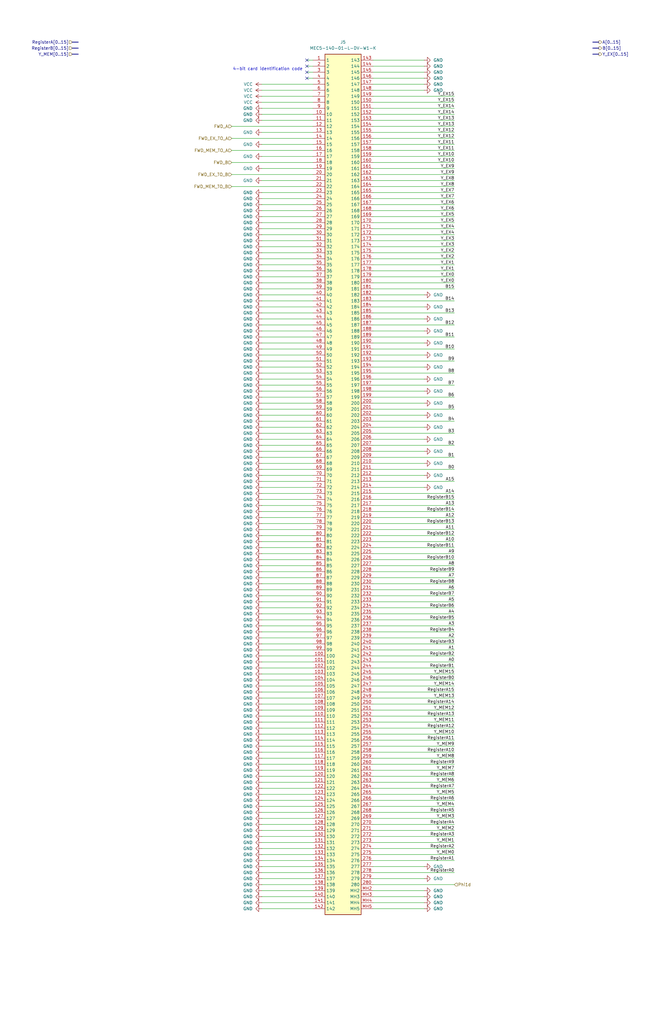
<source format=kicad_sch>
(kicad_sch (version 20250114) (generator "eeschema") (generator_version "9.0")
  (paper "USLedger" portrait)
  (title_block (date "2025-07-11") (rev "A"))
  (text "4-bit card identification code" (at 127.762 29.21 0) (effects (font (size 1.27 1.27)) (justify right)))
  (no_connect (at 129.54 30.48))
  (no_connect (at 129.54 25.4))
  (no_connect (at 129.54 27.94))
  (no_connect (at 129.54 33.02))
  (wire (pts (xy 191.77 68.58) (xy 157.48 68.58)))
  (wire (pts (xy 191.77 347.98) (xy 157.48 347.98)))
  (wire (pts (xy 110.49 358.14) (xy 132.08 358.14)))
  (wire (pts (xy 191.77 284.48) (xy 157.48 284.48)))
  (wire (pts (xy 110.49 43.18) (xy 132.08 43.18)))
  (wire (pts (xy 157.48 142.24) (xy 191.77 142.24)))
  (wire (pts (xy 110.49 254) (xy 132.08 254)))
  (wire (pts (xy 110.49 195.58) (xy 132.08 195.58)))
  (wire (pts (xy 191.77 99.06) (xy 157.48 99.06)))
  (wire (pts (xy 110.49 248.92) (xy 132.08 248.92)))
  (wire (pts (xy 110.49 182.88) (xy 132.08 182.88)))
  (wire (pts (xy 110.49 40.64) (xy 132.08 40.64)))
  (wire (pts (xy 179.07 139.7) (xy 157.48 139.7)))
  (wire (pts (xy 110.49 370.84) (xy 132.08 370.84)))
  (wire (pts (xy 191.77 292.1) (xy 157.48 292.1)))
  (wire (pts (xy 191.77 93.98) (xy 157.48 93.98)))
  (wire (pts (xy 110.49 381) (xy 132.08 381)))
  (wire (pts (xy 110.49 266.7) (xy 132.08 266.7)))
  (wire (pts (xy 157.48 233.68) (xy 191.77 233.68)))
  (wire (pts (xy 110.49 279.4) (xy 132.08 279.4)))
  (wire (pts (xy 191.77 330.2) (xy 157.48 330.2)))
  (wire (pts (xy 110.49 289.56) (xy 132.08 289.56)))
  (wire (pts (xy 110.49 317.5) (xy 132.08 317.5)))
  (wire (pts (xy 191.77 88.9) (xy 157.48 88.9)))
  (wire (pts (xy 110.49 175.26) (xy 132.08 175.26)))
  (wire (pts (xy 191.77 256.54) (xy 157.48 256.54)))
  (wire (pts (xy 191.77 86.36) (xy 157.48 86.36)))
  (wire (pts (xy 110.49 193.04) (xy 132.08 193.04)))
  (wire (pts (xy 179.07 124.46) (xy 157.48 124.46)))
  (wire (pts (xy 110.49 109.22) (xy 132.08 109.22)))
  (wire (pts (xy 110.49 284.48) (xy 132.08 284.48)))
  (wire (pts (xy 97.79 53.34) (xy 132.08 53.34)))
  (wire (pts (xy 179.07 27.94) (xy 157.48 27.94)))
  (wire (pts (xy 191.77 119.38) (xy 157.48 119.38)))
  (wire (pts (xy 157.48 208.28) (xy 191.77 208.28)))
  (wire (pts (xy 191.77 83.82) (xy 157.48 83.82)))
  (wire (pts (xy 110.49 281.94) (xy 132.08 281.94)))
  (wire (pts (xy 179.07 160.02) (xy 157.48 160.02)))
  (wire (pts (xy 110.49 261.62) (xy 132.08 261.62)))
  (bus (pts (xy 30.48 20.32) (xy 33.02 20.32)))
  (wire (pts (xy 110.49 375.92) (xy 132.08 375.92)))
  (wire (pts (xy 110.49 152.4) (xy 132.08 152.4)))
  (wire (pts (xy 191.77 45.72) (xy 157.48 45.72)))
  (wire (pts (xy 110.49 226.06) (xy 132.08 226.06)))
  (wire (pts (xy 110.49 383.54) (xy 132.08 383.54)))
  (wire (pts (xy 97.79 63.5) (xy 132.08 63.5)))
  (wire (pts (xy 191.77 226.06) (xy 157.48 226.06)))
  (wire (pts (xy 157.48 243.84) (xy 191.77 243.84)))
  (wire (pts (xy 110.49 251.46) (xy 132.08 251.46)))
  (wire (pts (xy 110.49 299.72) (xy 132.08 299.72)))
  (wire (pts (xy 110.49 276.86) (xy 132.08 276.86)))
  (wire (pts (xy 179.07 134.62) (xy 157.48 134.62)))
  (wire (pts (xy 110.49 228.6) (xy 132.08 228.6)))
  (wire (pts (xy 110.49 121.92) (xy 132.08 121.92)))
  (wire (pts (xy 110.49 147.32) (xy 132.08 147.32)))
  (wire (pts (xy 191.77 96.52) (xy 157.48 96.52)))
  (wire (pts (xy 110.49 91.44) (xy 132.08 91.44)))
  (wire (pts (xy 129.54 33.02) (xy 132.08 33.02)))
  (wire (pts (xy 191.77 236.22) (xy 157.48 236.22)))
  (wire (pts (xy 110.49 167.64) (xy 132.08 167.64)))
  (wire (pts (xy 191.77 58.42) (xy 157.48 58.42)))
  (wire (pts (xy 110.49 190.5) (xy 132.08 190.5)))
  (wire (pts (xy 191.77 60.96) (xy 157.48 60.96)))
  (wire (pts (xy 110.49 99.06) (xy 132.08 99.06)))
  (wire (pts (xy 110.49 302.26) (xy 132.08 302.26)))
  (wire (pts (xy 157.48 218.44) (xy 191.77 218.44)))
  (wire (pts (xy 191.77 63.5) (xy 157.48 63.5)))
  (wire (pts (xy 110.49 114.3) (xy 132.08 114.3)))
  (wire (pts (xy 110.49 187.96) (xy 132.08 187.96)))
  (wire (pts (xy 110.49 220.98) (xy 132.08 220.98)))
  (wire (pts (xy 179.07 195.58) (xy 157.48 195.58)))
  (wire (pts (xy 191.77 307.34) (xy 157.48 307.34)))
  (wire (pts (xy 110.49 243.84) (xy 132.08 243.84)))
  (wire (pts (xy 110.49 66.04) (xy 132.08 66.04)))
  (wire (pts (xy 179.07 370.84) (xy 157.48 370.84)))
  (wire (pts (xy 110.49 342.9) (xy 132.08 342.9)))
  (wire (pts (xy 110.49 165.1) (xy 132.08 165.1)))
  (wire (pts (xy 110.49 139.7) (xy 132.08 139.7)))
  (wire (pts (xy 179.07 165.1) (xy 157.48 165.1)))
  (wire (pts (xy 110.49 246.38) (xy 132.08 246.38)))
  (wire (pts (xy 191.77 309.88) (xy 157.48 309.88)))
  (wire (pts (xy 191.77 71.12) (xy 157.48 71.12)))
  (wire (pts (xy 191.77 342.9) (xy 157.48 342.9)))
  (wire (pts (xy 110.49 274.32) (xy 132.08 274.32)))
  (wire (pts (xy 129.54 25.4) (xy 132.08 25.4)))
  (wire (pts (xy 110.49 304.8) (xy 132.08 304.8)))
  (wire (pts (xy 179.07 144.78) (xy 157.48 144.78)))
  (wire (pts (xy 191.77 251.46) (xy 157.48 251.46)))
  (wire (pts (xy 110.49 325.12) (xy 132.08 325.12)))
  (wire (pts (xy 110.49 137.16) (xy 132.08 137.16)))
  (wire (pts (xy 110.49 373.38) (xy 132.08 373.38)))
  (wire (pts (xy 110.49 307.34) (xy 132.08 307.34)))
  (wire (pts (xy 157.48 121.92) (xy 191.77 121.92)))
  (wire (pts (xy 157.48 269.24) (xy 191.77 269.24)))
  (wire (pts (xy 110.49 111.76) (xy 132.08 111.76)))
  (wire (pts (xy 110.49 355.6) (xy 132.08 355.6)))
  (wire (pts (xy 191.77 50.8) (xy 157.48 50.8)))
  (wire (pts (xy 191.77 302.26) (xy 157.48 302.26)))
  (wire (pts (xy 179.07 149.86) (xy 157.48 149.86)))
  (wire (pts (xy 110.49 320.04) (xy 132.08 320.04)))
  (wire (pts (xy 191.77 261.62) (xy 157.48 261.62)))
  (wire (pts (xy 110.49 149.86) (xy 132.08 149.86)))
  (wire (pts (xy 191.77 314.96) (xy 157.48 314.96)))
  (wire (pts (xy 179.07 175.26) (xy 157.48 175.26)))
  (wire (pts (xy 110.49 353.06) (xy 132.08 353.06)))
  (wire (pts (xy 110.49 48.26) (xy 132.08 48.26)))
  (wire (pts (xy 110.49 330.2) (xy 132.08 330.2)))
  (wire (pts (xy 191.77 215.9) (xy 157.48 215.9)))
  (wire (pts (xy 110.49 345.44) (xy 132.08 345.44)))
  (wire (pts (xy 110.49 314.96) (xy 132.08 314.96)))
  (wire (pts (xy 191.77 327.66) (xy 157.48 327.66)))
  (wire (pts (xy 110.49 35.56) (xy 132.08 35.56)))
  (wire (pts (xy 191.77 322.58) (xy 157.48 322.58)))
  (wire (pts (xy 191.77 297.18) (xy 157.48 297.18)))
  (wire (pts (xy 191.77 276.86) (xy 157.48 276.86)))
  (wire (pts (xy 191.77 43.18) (xy 157.48 43.18)))
  (wire (pts (xy 179.07 200.66) (xy 157.48 200.66)))
  (wire (pts (xy 110.49 129.54) (xy 132.08 129.54)))
  (wire (pts (xy 110.49 378.46) (xy 132.08 378.46)))
  (wire (pts (xy 110.49 124.46) (xy 132.08 124.46)))
  (wire (pts (xy 157.48 193.04) (xy 191.77 193.04)))
  (wire (pts (xy 191.77 287.02) (xy 157.48 287.02)))
  (wire (pts (xy 179.07 170.18) (xy 157.48 170.18)))
  (wire (pts (xy 110.49 312.42) (xy 132.08 312.42)))
  (wire (pts (xy 110.49 340.36) (xy 132.08 340.36)))
  (wire (pts (xy 157.48 182.88) (xy 191.77 182.88)))
  (wire (pts (xy 157.48 203.2) (xy 191.77 203.2)))
  (wire (pts (xy 191.77 40.64) (xy 157.48 40.64)))
  (bus (pts (xy 30.48 22.86) (xy 33.02 22.86)))
  (wire (pts (xy 157.48 167.64) (xy 191.77 167.64)))
  (wire (pts (xy 191.77 294.64) (xy 157.48 294.64)))
  (wire (pts (xy 97.79 73.66) (xy 132.08 73.66)))
  (wire (pts (xy 157.48 152.4) (xy 191.77 152.4)))
  (wire (pts (xy 191.77 289.56) (xy 157.48 289.56)))
  (wire (pts (xy 110.49 218.44) (xy 132.08 218.44)))
  (wire (pts (xy 191.77 78.74) (xy 157.48 78.74)))
  (wire (pts (xy 191.77 360.68) (xy 157.48 360.68)))
  (wire (pts (xy 191.77 109.22) (xy 157.48 109.22)))
  (wire (pts (xy 179.07 38.1) (xy 157.48 38.1)))
  (wire (pts (xy 191.77 299.72) (xy 157.48 299.72)))
  (wire (pts (xy 157.48 213.36) (xy 191.77 213.36)))
  (wire (pts (xy 157.48 248.92) (xy 191.77 248.92)))
  (bus (pts (xy 30.48 17.78) (xy 33.02 17.78)))
  (wire (pts (xy 191.77 312.42) (xy 157.48 312.42)))
  (wire (pts (xy 191.77 337.82) (xy 157.48 337.82)))
  (wire (pts (xy 110.49 101.6) (xy 132.08 101.6)))
  (wire (pts (xy 110.49 134.62) (xy 132.08 134.62)))
  (wire (pts (xy 179.07 383.54) (xy 157.48 383.54)))
  (wire (pts (xy 110.49 106.68) (xy 132.08 106.68)))
  (wire (pts (xy 110.49 368.3) (xy 132.08 368.3)))
  (wire (pts (xy 157.48 368.3) (xy 191.77 368.3)))
  (wire (pts (xy 157.48 137.16) (xy 191.77 137.16)))
  (wire (pts (xy 110.49 297.18) (xy 132.08 297.18)))
  (wire (pts (xy 110.49 142.24) (xy 132.08 142.24)))
  (wire (pts (xy 191.77 317.5) (xy 157.48 317.5)))
  (wire (pts (xy 157.48 254) (xy 191.77 254)))
  (wire (pts (xy 191.77 101.6) (xy 157.48 101.6)))
  (wire (pts (xy 110.49 71.12) (xy 132.08 71.12)))
  (wire (pts (xy 110.49 233.68) (xy 132.08 233.68)))
  (wire (pts (xy 97.79 68.58) (xy 132.08 68.58)))
  (wire (pts (xy 110.49 162.56) (xy 132.08 162.56)))
  (wire (pts (xy 191.77 66.04) (xy 157.48 66.04)))
  (wire (pts (xy 191.77 345.44) (xy 157.48 345.44)))
  (wire (pts (xy 179.07 378.46) (xy 157.48 378.46)))
  (wire (pts (xy 110.49 269.24) (xy 132.08 269.24)))
  (wire (pts (xy 110.49 76.2) (xy 132.08 76.2)))
  (wire (pts (xy 110.49 350.52) (xy 132.08 350.52)))
  (wire (pts (xy 191.77 271.78) (xy 157.48 271.78)))
  (wire (pts (xy 157.48 198.12) (xy 191.77 198.12)))
  (wire (pts (xy 110.49 93.98) (xy 132.08 93.98)))
  (wire (pts (xy 129.54 30.48) (xy 132.08 30.48)))
  (wire (pts (xy 157.48 259.08) (xy 191.77 259.08)))
  (wire (pts (xy 110.49 238.76) (xy 132.08 238.76)))
  (wire (pts (xy 191.77 373.38) (xy 157.48 373.38)))
  (wire (pts (xy 191.77 55.88) (xy 157.48 55.88)))
  (wire (pts (xy 191.77 220.98) (xy 157.48 220.98)))
  (wire (pts (xy 110.49 83.82) (xy 132.08 83.82)))
  (wire (pts (xy 191.77 358.14) (xy 157.48 358.14)))
  (wire (pts (xy 110.49 157.48) (xy 132.08 157.48)))
  (wire (pts (xy 110.49 287.02) (xy 132.08 287.02)))
  (wire (pts (xy 110.49 45.72) (xy 132.08 45.72)))
  (wire (pts (xy 191.77 340.36) (xy 157.48 340.36)))
  (wire (pts (xy 157.48 228.6) (xy 191.77 228.6)))
  (wire (pts (xy 110.49 154.94) (xy 132.08 154.94)))
  (wire (pts (xy 110.49 309.88) (xy 132.08 309.88)))
  (wire (pts (xy 157.48 274.32) (xy 191.77 274.32)))
  (wire (pts (xy 157.48 132.08) (xy 191.77 132.08)))
  (wire (pts (xy 110.49 205.74) (xy 132.08 205.74)))
  (wire (pts (xy 157.48 157.48) (xy 191.77 157.48)))
  (wire (pts (xy 157.48 172.72) (xy 191.77 172.72)))
  (wire (pts (xy 110.49 337.82) (xy 132.08 337.82)))
  (wire (pts (xy 191.77 114.3) (xy 157.48 114.3)))
  (wire (pts (xy 110.49 127) (xy 132.08 127)))
  (wire (pts (xy 110.49 198.12) (xy 132.08 198.12)))
  (wire (pts (xy 191.77 266.7) (xy 157.48 266.7)))
  (wire (pts (xy 110.49 294.64) (xy 132.08 294.64)))
  (wire (pts (xy 191.77 304.8) (xy 157.48 304.8)))
  (bus (pts (xy 252.73 22.86) (xy 250.19 22.86)))
  (wire (pts (xy 110.49 86.36) (xy 132.08 86.36)))
  (wire (pts (xy 157.48 162.56) (xy 191.77 162.56)))
  (bus (pts (xy 252.73 20.32) (xy 250.19 20.32)))
  (wire (pts (xy 191.77 116.84) (xy 157.48 116.84)))
  (wire (pts (xy 179.07 375.92) (xy 157.48 375.92)))
  (wire (pts (xy 110.49 160.02) (xy 132.08 160.02)))
  (wire (pts (xy 191.77 320.04) (xy 157.48 320.04)))
  (wire (pts (xy 110.49 365.76) (xy 132.08 365.76)))
  (wire (pts (xy 191.77 53.34) (xy 157.48 53.34)))
  (wire (pts (xy 191.77 111.76) (xy 157.48 111.76)))
  (wire (pts (xy 110.49 322.58) (xy 132.08 322.58)))
  (wire (pts (xy 110.49 215.9) (xy 132.08 215.9)))
  (wire (pts (xy 179.07 185.42) (xy 157.48 185.42)))
  (wire (pts (xy 110.49 177.8) (xy 132.08 177.8)))
  (wire (pts (xy 179.07 154.94) (xy 157.48 154.94)))
  (wire (pts (xy 110.49 332.74) (xy 132.08 332.74)))
  (wire (pts (xy 110.49 236.22) (xy 132.08 236.22)))
  (wire (pts (xy 110.49 200.66) (xy 132.08 200.66)))
  (wire (pts (xy 179.07 365.76) (xy 157.48 365.76)))
  (wire (pts (xy 191.77 325.12) (xy 157.48 325.12)))
  (wire (pts (xy 110.49 241.3) (xy 132.08 241.3)))
  (wire (pts (xy 110.49 38.1) (xy 132.08 38.1)))
  (wire (pts (xy 97.79 78.74) (xy 132.08 78.74)))
  (wire (pts (xy 157.48 238.76) (xy 191.77 238.76)))
  (wire (pts (xy 110.49 259.08) (xy 132.08 259.08)))
  (wire (pts (xy 110.49 271.78) (xy 132.08 271.78)))
  (wire (pts (xy 110.49 210.82) (xy 132.08 210.82)))
  (wire (pts (xy 191.77 279.4) (xy 157.48 279.4)))
  (wire (pts (xy 110.49 208.28) (xy 132.08 208.28)))
  (wire (pts (xy 191.77 81.28) (xy 157.48 81.28)))
  (wire (pts (xy 179.07 205.74) (xy 157.48 205.74)))
  (wire (pts (xy 191.77 246.38) (xy 157.48 246.38)))
  (wire (pts (xy 157.48 223.52) (xy 191.77 223.52)))
  (wire (pts (xy 110.49 60.96) (xy 132.08 60.96)))
  (wire (pts (xy 110.49 55.88) (xy 132.08 55.88)))
  (wire (pts (xy 179.07 129.54) (xy 157.48 129.54)))
  (wire (pts (xy 157.48 264.16) (xy 191.77 264.16)))
  (wire (pts (xy 191.77 335.28) (xy 157.48 335.28)))
  (wire (pts (xy 157.48 363.22) (xy 191.77 363.22)))
  (wire (pts (xy 110.49 50.8) (xy 132.08 50.8)))
  (wire (pts (xy 191.77 104.14) (xy 157.48 104.14)))
  (wire (pts (xy 110.49 88.9) (xy 132.08 88.9)))
  (wire (pts (xy 110.49 213.36) (xy 132.08 213.36)))
  (wire (pts (xy 191.77 106.68) (xy 157.48 106.68)))
  (wire (pts (xy 157.48 147.32) (xy 191.77 147.32)))
  (wire (pts (xy 110.49 363.22) (xy 132.08 363.22)))
  (wire (pts (xy 191.77 48.26) (xy 157.48 48.26)))
  (wire (pts (xy 179.07 180.34) (xy 157.48 180.34)))
  (wire (pts (xy 191.77 241.3) (xy 157.48 241.3)))
  (wire (pts (xy 110.49 81.28) (xy 132.08 81.28)))
  (wire (pts (xy 191.77 231.14) (xy 157.48 231.14)))
  (wire (pts (xy 191.77 353.06) (xy 157.48 353.06)))
  (wire (pts (xy 110.49 327.66) (xy 132.08 327.66)))
  (wire (pts (xy 191.77 350.52) (xy 157.48 350.52)))
  (bus (pts (xy 252.73 17.78) (xy 250.19 17.78)))
  (wire (pts (xy 110.49 347.98) (xy 132.08 347.98)))
  (wire (pts (xy 110.49 292.1) (xy 132.08 292.1)))
  (wire (pts (xy 179.07 33.02) (xy 157.48 33.02)))
  (wire (pts (xy 110.49 119.38) (xy 132.08 119.38)))
  (wire (pts (xy 157.48 177.8) (xy 191.77 177.8)))
  (wire (pts (xy 191.77 76.2) (xy 157.48 76.2)))
  (wire (pts (xy 110.49 231.14) (xy 132.08 231.14)))
  (wire (pts (xy 110.49 116.84) (xy 132.08 116.84)))
  (wire (pts (xy 179.07 25.4) (xy 157.48 25.4)))
  (wire (pts (xy 110.49 180.34) (xy 132.08 180.34)))
  (wire (pts (xy 110.49 264.16) (xy 132.08 264.16)))
  (wire (pts (xy 110.49 104.14) (xy 132.08 104.14)))
  (wire (pts (xy 157.48 187.96) (xy 191.77 187.96)))
  (wire (pts (xy 110.49 96.52) (xy 132.08 96.52)))
  (wire (pts (xy 191.77 355.6) (xy 157.48 355.6)))
  (wire (pts (xy 97.79 58.42) (xy 132.08 58.42)))
  (wire (pts (xy 110.49 172.72) (xy 132.08 172.72)))
  (wire (pts (xy 110.49 203.2) (xy 132.08 203.2)))
  (wire (pts (xy 110.49 335.28) (xy 132.08 335.28)))
  (wire (pts (xy 157.48 127) (xy 191.77 127)))
  (wire (pts (xy 191.77 332.74) (xy 157.48 332.74)))
  (wire (pts (xy 179.07 35.56) (xy 157.48 35.56)))
  (wire (pts (xy 179.07 190.5) (xy 157.48 190.5)))
  (wire (pts (xy 191.77 281.94) (xy 157.48 281.94)))
  (wire (pts (xy 129.54 27.94) (xy 132.08 27.94)))
  (wire (pts (xy 110.49 185.42) (xy 132.08 185.42)))
  (wire (pts (xy 110.49 132.08) (xy 132.08 132.08)))
  (wire (pts (xy 191.77 73.66) (xy 157.48 73.66)))
  (wire (pts (xy 191.77 210.82) (xy 157.48 210.82)))
  (wire (pts (xy 110.49 170.18) (xy 132.08 170.18)))
  (wire (pts (xy 179.07 30.48) (xy 157.48 30.48)))
  (wire (pts (xy 110.49 360.68) (xy 132.08 360.68)))
  (wire (pts (xy 191.77 91.44) (xy 157.48 91.44)))
  (wire (pts (xy 179.07 381) (xy 157.48 381)))
  (wire (pts (xy 110.49 223.52) (xy 132.08 223.52)))
  (wire (pts (xy 110.49 144.78) (xy 132.08 144.78)))
  (wire (pts (xy 110.49 256.54) (xy 132.08 256.54)))
  (label "Y_EX11" (at 191.77 63.5 180))
  (label "A6" (at 191.77 248.92 180))
  (label "A0" (at 191.77 279.4 180))
  (label "A1" (at 191.77 274.32 180))
  (label "RegisterB3" (at 191.77 271.78 180))
  (label "RegisterB9" (at 191.77 241.3 180))
  (label "Y_MEM8" (at 191.77 320.04 180))
  (label "RegisterA2" (at 191.77 358.14 180))
  (label "Y_EX2" (at 191.77 109.22 180))
  (label "Y_EX3" (at 191.77 104.14 180))
  (label "B0" (at 191.77 198.12 180))
  (label "Y_EX4" (at 191.77 99.06 180))
  (label "RegisterB15" (at 191.77 210.82 180))
  (label "Y_EX3" (at 191.77 101.6 180))
  (label "Y_EX12" (at 191.77 58.42 180))
  (label "Y_EX15" (at 191.77 40.64 180))
  (label "RegisterA6" (at 191.77 337.82 180))
  (label "RegisterB4" (at 191.77 266.7 180))
  (label "RegisterB12" (at 191.77 226.06 180))
  (label "Y_EX6" (at 191.77 86.36 180))
  (label "RegisterA7" (at 191.77 332.74 180))
  (label "Y_EX1" (at 191.77 111.76 180))
  (label "Y_MEM7" (at 191.77 325.12 180))
  (label "B8" (at 191.77 157.48 180))
  (label "Y_MEM15" (at 191.77 284.48 180))
  (label "Y_MEM3" (at 191.77 345.44 180))
  (label "Y_MEM5" (at 191.77 335.28 180))
  (label "Y_EX8" (at 191.77 78.74 180))
  (label "RegisterB8" (at 191.77 246.38 180))
  (label "RegisterB11" (at 191.77 231.14 180))
  (label "RegisterA10" (at 191.77 317.5 180))
  (label "RegisterA3" (at 191.77 353.06 180))
  (label "Y_EX9" (at 191.77 73.66 180))
  (label "A7" (at 191.77 243.84 180))
  (label "RegisterA9" (at 191.77 322.58 180))
  (label "Y_EX14" (at 191.77 45.72 180))
  (label "B2" (at 191.77 187.96 180))
  (label "Y_MEM1" (at 191.77 355.6 180))
  (label "RegisterB6" (at 191.77 256.54 180))
  (label "B13" (at 191.77 132.08 180))
  (label "Y_EX2" (at 191.77 106.68 180))
  (label "B7" (at 191.77 162.56 180))
  (label "B5" (at 191.77 172.72 180))
  (label "Y_EX11" (at 191.77 60.96 180))
  (label "A14" (at 191.77 208.28 180))
  (label "B6" (at 191.77 167.64 180))
  (label "Y_MEM10" (at 191.77 309.88 180))
  (label "RegisterA1" (at 191.77 363.22 180))
  (label "Y_EX13" (at 191.77 53.34 180))
  (label "Y_MEM6" (at 191.77 330.2 180))
  (label "Y_EX1" (at 191.77 114.3 180))
  (label "A2" (at 191.77 269.24 180))
  (label "RegisterB0" (at 191.77 287.02 180))
  (label "B9" (at 191.77 152.4 180))
  (label "Y_EX10" (at 191.77 66.04 180))
  (label "Y_MEM12" (at 191.77 299.72 180))
  (label "Y_EX12" (at 191.77 55.88 180))
  (label "Y_EX14" (at 191.77 48.26 180))
  (label "RegisterB13" (at 191.77 220.98 180))
  (label "Y_EX0" (at 191.77 119.38 180))
  (label "RegisterA5" (at 191.77 342.9 180))
  (label "Y_EX13" (at 191.77 50.8 180))
  (label "A9" (at 191.77 233.68 180))
  (label "Y_EX5" (at 191.77 93.98 180))
  (label "RegisterA15" (at 191.77 292.1 180))
  (label "Y_MEM13" (at 191.77 294.64 180))
  (label "B4" (at 191.77 177.8 180))
  (label "RegisterB1" (at 191.77 281.94 180))
  (label "RegisterB5" (at 191.77 261.62 180))
  (label "B12" (at 191.77 137.16 180))
  (label "Y_MEM14" (at 191.77 289.56 180))
  (label "B3" (at 191.77 182.88 180))
  (label "B1" (at 191.77 193.04 180))
  (label "Y_EX7" (at 191.77 83.82 180))
  (label "Y_MEM0" (at 191.77 360.68 180))
  (label "RegisterA8" (at 191.77 327.66 180))
  (label "RegisterA11" (at 191.77 312.42 180))
  (label "B11" (at 191.77 142.24 180))
  (label "Y_EX15" (at 191.77 43.18 180))
  (label "Y_MEM2" (at 191.77 350.52 180))
  (label "RegisterA0" (at 191.77 368.3 180))
  (label "B10" (at 191.77 147.32 180))
  (label "RegisterA13" (at 191.77 302.26 180))
  (label "RegisterA14" (at 191.77 297.18 180))
  (label "RegisterB2" (at 191.77 276.86 180))
  (label "Y_EX6" (at 191.77 88.9 180))
  (label "Y_EX4" (at 191.77 96.52 180))
  (label "Y_EX7" (at 191.77 81.28 180))
  (label "Y_MEM4" (at 191.77 340.36 180))
  (label "A5" (at 191.77 254 180))
  (label "B15" (at 191.77 121.92 180))
  (label "A11" (at 191.77 223.52 180))
  (label "Y_EX5" (at 191.77 91.44 180))
  (label "RegisterA12" (at 191.77 307.34 180))
  (label "Y_EX10" (at 191.77 68.58 180))
  (label "RegisterB7" (at 191.77 251.46 180))
  (label "Y_MEM11" (at 191.77 304.8 180))
  (label "A8" (at 191.77 238.76 180))
  (label "A3" (at 191.77 264.16 180))
  (label "Y_EX8" (at 191.77 76.2 180))
  (label "A13" (at 191.77 213.36 180))
  (label "Y_EX0" (at 191.77 116.84 180))
  (label "B14" (at 191.77 127 180))
  (label "Y_EX9" (at 191.77 71.12 180))
  (label "Y_MEM9" (at 191.77 314.96 180))
  (label "A10" (at 191.77 228.6 180))
  (label "A12" (at 191.77 218.44 180))
  (label "A15" (at 191.77 203.2 180))
  (label "RegisterA4" (at 191.77 347.98 180))
  (label "RegisterB10" (at 191.77 236.22 180))
  (label "A4" (at 191.77 259.08 180))
  (label "RegisterB14" (at 191.77 215.9 180))
  (hierarchical_label "FWD_A" (shape input) (at 97.79 53.34 180))
  (hierarchical_label "RegisterB[0..15]" (shape input) (at 30.48 20.32 180))
  (hierarchical_label "FWD_MEM_TO_B" (shape input) (at 97.79 78.74 180))
  (hierarchical_label "FWD_MEM_TO_A" (shape input) (at 97.79 63.5 180))
  (hierarchical_label "A[0..15]" (shape output) (at 252.73 17.78 0))
  (hierarchical_label "Phi1d" (shape input) (at 191.77 373.38 0))
  (hierarchical_label "Y_EX[0..15]" (shape output) (at 252.73 22.86 0))
  (hierarchical_label "RegisterA[0..15]" (shape input) (at 30.48 17.78 180))
  (hierarchical_label "Y_MEM[0..15]" (shape input) (at 30.48 22.86 180))
  (hierarchical_label "FWD_B" (shape input) (at 97.79 68.58 180))
  (hierarchical_label "FWD_EX_TO_B" (shape input) (at 97.79 73.66 180))
  (hierarchical_label "FWD_EX_TO_A" (shape input) (at 97.79 58.42 180))
  (hierarchical_label "B[0..15]" (shape output) (at 252.73 20.32 0))
  (symbol (lib_id "power:GND") (at 110.49 180.34 270) (unit 1)
    (property "Reference" "#PWR01372" (effects (hide yes)))
    (property "Value" "GND" (at 106.68 180.3399 90) (effects (justify right)))
    (property "Description" "Power symbol creates a global label with name \"GND\" , ground" (effects (hide yes)))
  )
  (symbol (lib_id "power:GND") (at 110.49 121.92 270) (unit 1)
    (property "Reference" "#PWR01261" (effects (hide yes)))
    (property "Value" "GND" (at 106.68 121.9199 90) (effects (justify right)))
    (property "Description" "Power symbol creates a global label with name \"GND\" , ground" (effects (hide yes)))
  )
  (symbol (lib_id "power:GND") (at 110.49 119.38 270) (unit 1)
    (property "Reference" "#PWR01260" (effects (hide yes)))
    (property "Value" "GND" (at 106.68 119.3799 90) (effects (justify right)))
    (property "Description" "Power symbol creates a global label with name \"GND\" , ground" (effects (hide yes)))
  )
  (symbol (lib_id "power:GND") (at 110.49 160.02 270) (unit 1)
    (property "Reference" "#PWR01282" (effects (hide yes)))
    (property "Value" "GND" (at 106.68 160.0199 90) (effects (justify right)))
    (property "Description" "Power symbol creates a global label with name \"GND\" , ground" (effects (hide yes)))
  )
  (symbol (lib_id "power:GND") (at 110.49 215.9 270) (unit 1)
    (property "Reference" "#PWR01386" (effects (hide yes)))
    (property "Value" "GND" (at 106.68 215.8999 90) (effects (justify right)))
    (property "Description" "Power symbol creates a global label with name \"GND\" , ground" (effects (hide yes)))
  )
  (symbol (lib_id "power:GND") (at 110.49 350.52 270) (unit 1)
    (property "Reference" "#PWR01439" (effects (hide yes)))
    (property "Value" "GND" (at 106.68 350.5199 90) (effects (justify right)))
    (property "Description" "Power symbol creates a global label with name \"GND\" , ground" (effects (hide yes)))
  )
  (symbol (lib_id "power:GND") (at 110.49 210.82 270) (unit 1)
    (property "Reference" "#PWR01384" (effects (hide yes)))
    (property "Value" "GND" (at 106.68 210.8199 90) (effects (justify right)))
    (property "Description" "Power symbol creates a global label with name \"GND\" , ground" (effects (hide yes)))
  )
  (symbol (lib_id "power:GND") (at 110.49 124.46 270) (unit 1)
    (property "Reference" "#PWR01262" (effects (hide yes)))
    (property "Value" "GND" (at 106.68 124.4599 90) (effects (justify right)))
    (property "Description" "Power symbol creates a global label with name \"GND\" , ground" (effects (hide yes)))
  )
  (symbol (lib_id "power:GND") (at 110.49 271.78 270) (unit 1)
    (property "Reference" "#PWR01408" (effects (hide yes)))
    (property "Value" "GND" (at 106.68 271.7799 90) (effects (justify right)))
    (property "Description" "Power symbol creates a global label with name \"GND\" , ground" (effects (hide yes)))
  )
  (symbol (lib_id "power:GND") (at 110.49 149.86 270) (unit 1)
    (property "Reference" "#PWR01273" (effects (hide yes)))
    (property "Value" "GND" (at 106.68 149.8599 90) (effects (justify right)))
    (property "Description" "Power symbol creates a global label with name \"GND\" , ground" (effects (hide yes)))
  )
  (symbol (lib_id "power:GND") (at 110.49 218.44 270) (unit 1)
    (property "Reference" "#PWR01387" (effects (hide yes)))
    (property "Value" "GND" (at 106.68 218.4399 90) (effects (justify right)))
    (property "Description" "Power symbol creates a global label with name \"GND\" , ground" (effects (hide yes)))
  )
  (symbol (lib_id "power:GND") (at 110.49 45.72 270) (unit 1)
    (property "Reference" "#PWR01217" (effects (hide yes)))
    (property "Value" "GND" (at 106.68 45.7199 90) (effects (justify right)))
    (property "Description" "Power symbol creates a global label with name \"GND\" , ground" (effects (hide yes)))
  )
  (symbol (lib_id "power:GND") (at 110.49 266.7 270) (unit 1)
    (property "Reference" "#PWR01406" (effects (hide yes)))
    (property "Value" "GND" (at 106.68 266.6999 90) (effects (justify right)))
    (property "Description" "Power symbol creates a global label with name \"GND\" , ground" (effects (hide yes)))
  )
  (symbol (lib_id "power:GND") (at 110.49 347.98 270) (unit 1)
    (property "Reference" "#PWR01438" (effects (hide yes)))
    (property "Value" "GND" (at 106.68 347.9799 90) (effects (justify right)))
    (property "Description" "Power symbol creates a global label with name \"GND\" , ground" (effects (hide yes)))
  )
  (symbol (lib_id "power:GND") (at 110.49 335.28 270) (unit 1)
    (property "Reference" "#PWR01433" (effects (hide yes)))
    (property "Value" "GND" (at 106.68 335.2799 90) (effects (justify right)))
    (property "Description" "Power symbol creates a global label with name \"GND\" , ground" (effects (hide yes)))
  )
  (symbol (lib_id "power:GND") (at 110.49 101.6 270) (unit 1)
    (property "Reference" "#PWR01253" (effects (hide yes)))
    (property "Value" "GND" (at 106.68 101.5999 90) (effects (justify right)))
    (property "Description" "Power symbol creates a global label with name \"GND\" , ground" (effects (hide yes)))
  )
  (symbol (lib_id "power:GND") (at 110.49 373.38 270) (unit 1)
    (property "Reference" "#PWR01448" (effects (hide yes)))
    (property "Value" "GND" (at 106.68 373.3799 90) (effects (justify right)))
    (property "Description" "Power symbol creates a global label with name \"GND\" , ground" (effects (hide yes)))
  )
  (symbol (lib_id "power:GND") (at 179.07 134.62 90) (mirror x) (unit 1)
    (property "Reference" "#PWR01132" (effects (hide yes)))
    (property "Value" "GND" (at 182.88 134.6199 90) (effects (justify right)))
    (property "Description" "Power symbol creates a global label with name \"GND\" , ground" (effects (hide yes)))
  )
  (symbol (lib_id "power:GND") (at 110.49 337.82 270) (unit 1)
    (property "Reference" "#PWR01434" (effects (hide yes)))
    (property "Value" "GND" (at 106.68 337.8199 90) (effects (justify right)))
    (property "Description" "Power symbol creates a global label with name \"GND\" , ground" (effects (hide yes)))
  )
  (symbol (lib_id "power:GND") (at 110.49 99.06 270) (unit 1)
    (property "Reference" "#PWR01252" (effects (hide yes)))
    (property "Value" "GND" (at 106.68 99.0599 90) (effects (justify right)))
    (property "Description" "Power symbol creates a global label with name \"GND\" , ground" (effects (hide yes)))
  )
  (symbol (lib_id "power:GND") (at 110.49 302.26 270) (unit 1)
    (property "Reference" "#PWR01420" (effects (hide yes)))
    (property "Value" "GND" (at 106.68 302.2599 90) (effects (justify right)))
    (property "Description" "Power symbol creates a global label with name \"GND\" , ground" (effects (hide yes)))
  )
  (symbol (lib_id "power:GND") (at 110.49 71.12 270) (unit 1)
    (property "Reference" "#PWR01227" (effects (hide yes)))
    (property "Value" "GND" (at 106.68 71.1199 90) (effects (justify right)))
    (property "Description" "Power symbol creates a global label with name \"GND\" , ground" (effects (hide yes)))
  )
  (symbol (lib_id "power:GND") (at 110.49 50.8 270) (unit 1)
    (property "Reference" "#PWR01219" (effects (hide yes)))
    (property "Value" "GND" (at 106.68 50.7999 90) (effects (justify right)))
    (property "Description" "Power symbol creates a global label with name \"GND\" , ground" (effects (hide yes)))
  )
  (symbol (lib_id "power:GND") (at 110.49 378.46 270) (unit 1)
    (property "Reference" "#PWR01450" (effects (hide yes)))
    (property "Value" "GND" (at 106.68 378.4599 90) (effects (justify right)))
    (property "Description" "Power symbol creates a global label with name \"GND\" , ground" (effects (hide yes)))
  )
  (symbol (lib_id "power:GND") (at 110.49 96.52 270) (unit 1)
    (property "Reference" "#PWR01232" (effects (hide yes)))
    (property "Value" "GND" (at 106.68 96.5199 90) (effects (justify right)))
    (property "Description" "Power symbol creates a global label with name \"GND\" , ground" (effects (hide yes)))
  )
  (symbol (lib_id "power:GND") (at 179.07 370.84 90) (mirror x) (unit 1)
    (property "Reference" "#PWR01190" (effects (hide yes)))
    (property "Value" "GND" (at 182.88 370.8399 90) (effects (justify right)))
    (property "Description" "Power symbol creates a global label with name \"GND\" , ground" (effects (hide yes)))
  )
  (symbol (lib_id "power:GND") (at 179.07 38.1 90) (mirror x) (unit 1)
    (property "Reference" "#PWR01210" (effects (hide yes)))
    (property "Value" "GND" (at 182.88 38.0999 90) (effects (justify right)))
    (property "Description" "Power symbol creates a global label with name \"GND\" , ground" (effects (hide yes)))
  )
  (symbol (lib_id "power:GND") (at 179.07 154.94 90) (mirror x) (unit 1)
    (property "Reference" "#PWR01112" (effects (hide yes)))
    (property "Value" "GND" (at 182.88 154.9399 90) (effects (justify right)))
    (property "Description" "Power symbol creates a global label with name \"GND\" , ground" (effects (hide yes)))
  )
  (symbol (lib_id "power:GND") (at 110.49 259.08 270) (unit 1)
    (property "Reference" "#PWR01403" (effects (hide yes)))
    (property "Value" "GND" (at 106.68 259.0799 90) (effects (justify right)))
    (property "Description" "Power symbol creates a global label with name \"GND\" , ground" (effects (hide yes)))
  )
  (symbol (lib_id "power:GND") (at 110.49 223.52 270) (unit 1)
    (property "Reference" "#PWR01389" (effects (hide yes)))
    (property "Value" "GND" (at 106.68 223.5199 90) (effects (justify right)))
    (property "Description" "Power symbol creates a global label with name \"GND\" , ground" (effects (hide yes)))
  )
  (symbol (lib_id "power:GND") (at 110.49 205.74 270) (unit 1)
    (property "Reference" "#PWR01382" (effects (hide yes)))
    (property "Value" "GND" (at 106.68 205.7399 90) (effects (justify right)))
    (property "Description" "Power symbol creates a global label with name \"GND\" , ground" (effects (hide yes)))
  )
  (symbol (lib_id "power:GND") (at 110.49 81.28 270) (unit 1)
    (property "Reference" "#PWR01220" (effects (hide yes)))
    (property "Value" "GND" (at 106.68 81.2799 90) (effects (justify right)))
    (property "Description" "Power symbol creates a global label with name \"GND\" , ground" (effects (hide yes)))
  )
  (symbol (lib_id "power:GND") (at 179.07 139.7 90) (mirror x) (unit 1)
    (property "Reference" "#PWR01131" (effects (hide yes)))
    (property "Value" "GND" (at 182.88 139.6999 90) (effects (justify right)))
    (property "Description" "Power symbol creates a global label with name \"GND\" , ground" (effects (hide yes)))
  )
  (symbol (lib_id "power:GND") (at 110.49 276.86 270) (unit 1)
    (property "Reference" "#PWR01410" (effects (hide yes)))
    (property "Value" "GND" (at 106.68 276.8599 90) (effects (justify right)))
    (property "Description" "Power symbol creates a global label with name \"GND\" , ground" (effects (hide yes)))
  )
  (symbol (lib_id "power:GND") (at 110.49 172.72 270) (unit 1)
    (property "Reference" "#PWR01369" (effects (hide yes)))
    (property "Value" "GND" (at 106.68 172.7199 90) (effects (justify right)))
    (property "Description" "Power symbol creates a global label with name \"GND\" , ground" (effects (hide yes)))
  )
  (symbol (lib_id "power:GND") (at 179.07 144.78 90) (mirror x) (unit 1)
    (property "Reference" "#PWR01130" (effects (hide yes)))
    (property "Value" "GND" (at 182.88 144.7799 90) (effects (justify right)))
    (property "Description" "Power symbol creates a global label with name \"GND\" , ground" (effects (hide yes)))
  )
  (symbol (lib_id "power:GND") (at 110.49 236.22 270) (unit 1)
    (property "Reference" "#PWR01394" (effects (hide yes)))
    (property "Value" "GND" (at 106.68 236.2199 90) (effects (justify right)))
    (property "Description" "Power symbol creates a global label with name \"GND\" , ground" (effects (hide yes)))
  )
  (symbol (lib_id "power:GND") (at 110.49 170.18 270) (unit 1)
    (property "Reference" "#PWR01286" (effects (hide yes)))
    (property "Value" "GND" (at 106.68 170.1799 90) (effects (justify right)))
    (property "Description" "Power symbol creates a global label with name \"GND\" , ground" (effects (hide yes)))
  )
  (symbol (lib_id "power:GND") (at 179.07 165.1 90) (mirror x) (unit 1)
    (property "Reference" "#PWR01118" (effects (hide yes)))
    (property "Value" "GND" (at 182.88 165.0999 90) (effects (justify right)))
    (property "Description" "Power symbol creates a global label with name \"GND\" , ground" (effects (hide yes)))
  )
  (symbol (lib_id "power:GND") (at 110.49 340.36 270) (unit 1)
    (property "Reference" "#PWR01435" (effects (hide yes)))
    (property "Value" "GND" (at 106.68 340.3599 90) (effects (justify right)))
    (property "Description" "Power symbol creates a global label with name \"GND\" , ground" (effects (hide yes)))
  )
  (symbol (lib_id "power:GND") (at 110.49 325.12 270) (unit 1)
    (property "Reference" "#PWR01429" (effects (hide yes)))
    (property "Value" "GND" (at 106.68 325.1199 90) (effects (justify right)))
    (property "Description" "Power symbol creates a global label with name \"GND\" , ground" (effects (hide yes)))
  )
  (symbol (lib_id "power:GND") (at 110.49 220.98 270) (unit 1)
    (property "Reference" "#PWR01388" (effects (hide yes)))
    (property "Value" "GND" (at 106.68 220.9799 90) (effects (justify right)))
    (property "Description" "Power symbol creates a global label with name \"GND\" , ground" (effects (hide yes)))
  )
  (symbol (lib_id "power:GND") (at 179.07 33.02 90) (mirror x) (unit 1)
    (property "Reference" "#PWR01208" (effects (hide yes)))
    (property "Value" "GND" (at 182.88 33.0199 90) (effects (justify right)))
    (property "Description" "Power symbol creates a global label with name \"GND\" , ground" (effects (hide yes)))
  )
  (symbol (lib_id "power:GND") (at 110.49 147.32 270) (unit 1)
    (property "Reference" "#PWR01272" (effects (hide yes)))
    (property "Value" "GND" (at 106.68 147.3199 90) (effects (justify right)))
    (property "Description" "Power symbol creates a global label with name \"GND\" , ground" (effects (hide yes)))
  )
  (symbol (lib_id "power:GND") (at 179.07 129.54 90) (mirror x) (unit 1)
    (property "Reference" "#PWR01133" (effects (hide yes)))
    (property "Value" "GND" (at 182.88 129.5399 90) (effects (justify right)))
    (property "Description" "Power symbol creates a global label with name \"GND\" , ground" (effects (hide yes)))
  )
  (symbol (lib_id "power:GND") (at 110.49 109.22 270) (unit 1)
    (property "Reference" "#PWR01256" (effects (hide yes)))
    (property "Value" "GND" (at 106.68 109.2199 90) (effects (justify right)))
    (property "Description" "Power symbol creates a global label with name \"GND\" , ground" (effects (hide yes)))
  )
  (symbol (lib_id "power:GND") (at 110.49 76.2 270) (unit 1)
    (property "Reference" "#PWR01226" (effects (hide yes)))
    (property "Value" "GND" (at 106.68 76.1999 90) (effects (justify right)))
    (property "Description" "Power symbol creates a global label with name \"GND\" , ground" (effects (hide yes)))
  )
  (symbol (lib_id "power:GND") (at 179.07 185.42 90) (mirror x) (unit 1)
    (property "Reference" "#PWR01122" (effects (hide yes)))
    (property "Value" "GND" (at 182.88 185.4199 90) (effects (justify right)))
    (property "Description" "Power symbol creates a global label with name \"GND\" , ground" (effects (hide yes)))
  )
  (symbol (lib_id "power:GND") (at 110.49 342.9 270) (unit 1)
    (property "Reference" "#PWR01436" (effects (hide yes)))
    (property "Value" "GND" (at 106.68 342.8999 90) (effects (justify right)))
    (property "Description" "Power symbol creates a global label with name \"GND\" , ground" (effects (hide yes)))
  )
  (symbol (lib_id "power:GND") (at 179.07 160.02 90) (mirror x) (unit 1)
    (property "Reference" "#PWR01117" (effects (hide yes)))
    (property "Value" "GND" (at 182.88 160.0199 90) (effects (justify right)))
    (property "Description" "Power symbol creates a global label with name \"GND\" , ground" (effects (hide yes)))
  )
  (symbol (lib_id "power:GND") (at 110.49 264.16 270) (unit 1)
    (property "Reference" "#PWR01405" (effects (hide yes)))
    (property "Value" "GND" (at 106.68 264.1599 90) (effects (justify right)))
    (property "Description" "Power symbol creates a global label with name \"GND\" , ground" (effects (hide yes)))
  )
  (symbol (lib_id "power:GND") (at 110.49 261.62 270) (unit 1)
    (property "Reference" "#PWR01404" (effects (hide yes)))
    (property "Value" "GND" (at 106.68 261.6199 90) (effects (justify right)))
    (property "Description" "Power symbol creates a global label with name \"GND\" , ground" (effects (hide yes)))
  )
  (symbol (lib_id "power:GND") (at 179.07 149.86 90) (mirror x) (unit 1)
    (property "Reference" "#PWR01111" (effects (hide yes)))
    (property "Value" "GND" (at 182.88 149.8599 90) (effects (justify right)))
    (property "Description" "Power symbol creates a global label with name \"GND\" , ground" (effects (hide yes)))
  )
  (symbol (lib_id "power:GND") (at 110.49 208.28 270) (unit 1)
    (property "Reference" "#PWR01383" (effects (hide yes)))
    (property "Value" "GND" (at 106.68 208.2799 90) (effects (justify right)))
    (property "Description" "Power symbol creates a global label with name \"GND\" , ground" (effects (hide yes)))
  )
  (symbol (lib_id "power:GND") (at 110.49 299.72 270) (unit 1)
    (property "Reference" "#PWR01419" (effects (hide yes)))
    (property "Value" "GND" (at 106.68 299.7199 90) (effects (justify right)))
    (property "Description" "Power symbol creates a global label with name \"GND\" , ground" (effects (hide yes)))
  )
  (symbol (lib_id "power:GND") (at 179.07 170.18 90) (mirror x) (unit 1)
    (property "Reference" "#PWR01119" (effects (hide yes)))
    (property "Value" "GND" (at 182.88 170.1799 90) (effects (justify right)))
    (property "Description" "Power symbol creates a global label with name \"GND\" , ground" (effects (hide yes)))
  )
  (symbol (lib_id "power:GND") (at 110.49 165.1 270) (unit 1)
    (property "Reference" "#PWR01284" (effects (hide yes)))
    (property "Value" "GND" (at 106.68 165.0999 90) (effects (justify right)))
    (property "Description" "Power symbol creates a global label with name \"GND\" , ground" (effects (hide yes)))
  )
  (symbol (lib_id "power:GND") (at 110.49 132.08 270) (unit 1)
    (property "Reference" "#PWR01265" (effects (hide yes)))
    (property "Value" "GND" (at 106.68 132.0799 90) (effects (justify right)))
    (property "Description" "Power symbol creates a global label with name \"GND\" , ground" (effects (hide yes)))
  )
  (symbol (lib_id "power:GND") (at 110.49 198.12 270) (unit 1)
    (property "Reference" "#PWR01379" (effects (hide yes)))
    (property "Value" "GND" (at 106.68 198.1199 90) (effects (justify right)))
    (property "Description" "Power symbol creates a global label with name \"GND\" , ground" (effects (hide yes)))
  )
  (symbol (lib_id "power:GND") (at 110.49 91.44 270) (unit 1)
    (property "Reference" "#PWR01224" (effects (hide yes)))
    (property "Value" "GND" (at 106.68 91.4399 90) (effects (justify right)))
    (property "Description" "Power symbol creates a global label with name \"GND\" , ground" (effects (hide yes)))
  )
  (symbol (lib_id "power:GND") (at 110.49 292.1 270) (unit 1)
    (property "Reference" "#PWR01416" (effects (hide yes)))
    (property "Value" "GND" (at 106.68 292.0999 90) (effects (justify right)))
    (property "Description" "Power symbol creates a global label with name \"GND\" , ground" (effects (hide yes)))
  )
  (symbol (lib_id "power:GND") (at 179.07 378.46 90) (mirror x) (unit 1)
    (property "Reference" "#PWR0674" (effects (hide yes)))
    (property "Value" "GND" (at 182.88 378.4599 90) (effects (justify right)))
    (property "Description" "Power symbol creates a global label with name \"GND\" , ground" (effects (hide yes)))
  )
  (symbol (lib_id "power:GND") (at 110.49 317.5 270) (unit 1)
    (property "Reference" "#PWR01426" (effects (hide yes)))
    (property "Value" "GND" (at 106.68 317.4999 90) (effects (justify right)))
    (property "Description" "Power symbol creates a global label with name \"GND\" , ground" (effects (hide yes)))
  )
  (symbol (lib_id "power:GND") (at 110.49 175.26 270) (unit 1)
    (property "Reference" "#PWR01370" (effects (hide yes)))
    (property "Value" "GND" (at 106.68 175.2599 90) (effects (justify right)))
    (property "Description" "Power symbol creates a global label with name \"GND\" , ground" (effects (hide yes)))
  )
  (symbol (lib_id "power:GND") (at 179.07 381 90) (mirror x) (unit 1)
    (property "Reference" "#PWR0675" (effects (hide yes)))
    (property "Value" "GND" (at 182.88 380.9999 90) (effects (justify right)))
    (property "Description" "Power symbol creates a global label with name \"GND\" , ground" (effects (hide yes)))
  )
  (symbol (lib_id "power:GND") (at 110.49 281.94 270) (unit 1)
    (property "Reference" "#PWR01412" (effects (hide yes)))
    (property "Value" "GND" (at 106.68 281.9399 90) (effects (justify right)))
    (property "Description" "Power symbol creates a global label with name \"GND\" , ground" (effects (hide yes)))
  )
  (symbol (lib_id "power:GND") (at 179.07 124.46 90) (mirror x) (unit 1)
    (property "Reference" "#PWR01134" (effects (hide yes)))
    (property "Value" "GND" (at 182.88 124.4599 90) (effects (justify right)))
    (property "Description" "Power symbol creates a global label with name \"GND\" , ground" (effects (hide yes)))
  )
  (symbol (lib_id "power:GND") (at 110.49 106.68 270) (unit 1)
    (property "Reference" "#PWR01255" (effects (hide yes)))
    (property "Value" "GND" (at 106.68 106.6799 90) (effects (justify right)))
    (property "Description" "Power symbol creates a global label with name \"GND\" , ground" (effects (hide yes)))
  )
  (symbol (lib_id "power:GND") (at 110.49 193.04 270) (unit 1)
    (property "Reference" "#PWR01377" (effects (hide yes)))
    (property "Value" "GND" (at 106.68 193.0399 90) (effects (justify right)))
    (property "Description" "Power symbol creates a global label with name \"GND\" , ground" (effects (hide yes)))
  )
  (symbol (lib_id "power:GND") (at 110.49 162.56 270) (unit 1)
    (property "Reference" "#PWR01283" (effects (hide yes)))
    (property "Value" "GND" (at 106.68 162.5599 90) (effects (justify right)))
    (property "Description" "Power symbol creates a global label with name \"GND\" , ground" (effects (hide yes)))
  )
  (symbol (lib_id "power:GND") (at 110.49 279.4 270) (unit 1)
    (property "Reference" "#PWR01411" (effects (hide yes)))
    (property "Value" "GND" (at 106.68 279.3999 90) (effects (justify right)))
    (property "Description" "Power symbol creates a global label with name \"GND\" , ground" (effects (hide yes)))
  )
  (symbol (lib_id "power:GND") (at 110.49 304.8 270) (unit 1)
    (property "Reference" "#PWR01421" (effects (hide yes)))
    (property "Value" "GND" (at 106.68 304.7999 90) (effects (justify right)))
    (property "Description" "Power symbol creates a global label with name \"GND\" , ground" (effects (hide yes)))
  )
  (symbol (lib_id "power:GND") (at 110.49 104.14 270) (unit 1)
    (property "Reference" "#PWR01254" (effects (hide yes)))
    (property "Value" "GND" (at 106.68 104.1399 90) (effects (justify right)))
    (property "Description" "Power symbol creates a global label with name \"GND\" , ground" (effects (hide yes)))
  )
  (symbol (lib_id "power:GND") (at 110.49 330.2 270) (unit 1)
    (property "Reference" "#PWR01431" (effects (hide yes)))
    (property "Value" "GND" (at 106.68 330.1999 90) (effects (justify right)))
    (property "Description" "Power symbol creates a global label with name \"GND\" , ground" (effects (hide yes)))
  )
  (symbol (lib_id "power:GND") (at 110.49 137.16 270) (unit 1)
    (property "Reference" "#PWR01267" (effects (hide yes)))
    (property "Value" "GND" (at 106.68 137.1599 90) (effects (justify right)))
    (property "Description" "Power symbol creates a global label with name \"GND\" , ground" (effects (hide yes)))
  )
  (symbol (lib_id "power:GND") (at 110.49 320.04 270) (unit 1)
    (property "Reference" "#PWR01427" (effects (hide yes)))
    (property "Value" "GND" (at 106.68 320.0399 90) (effects (justify right)))
    (property "Description" "Power symbol creates a global label with name \"GND\" , ground" (effects (hide yes)))
  )
  (symbol (lib_id "power:GND") (at 110.49 314.96 270) (unit 1)
    (property "Reference" "#PWR01425" (effects (hide yes)))
    (property "Value" "GND" (at 106.68 314.9599 90) (effects (justify right)))
    (property "Description" "Power symbol creates a global label with name \"GND\" , ground" (effects (hide yes)))
  )
  (symbol (lib_id "power:GND") (at 110.49 66.04 270) (unit 1)
    (property "Reference" "#PWR01228" (effects (hide yes)))
    (property "Value" "GND" (at 106.68 66.0399 90) (effects (justify right)))
    (property "Description" "Power symbol creates a global label with name \"GND\" , ground" (effects (hide yes)))
  )
  (symbol (lib_id "power:GND") (at 179.07 175.26 90) (mirror x) (unit 1)
    (property "Reference" "#PWR01120" (effects (hide yes)))
    (property "Value" "GND" (at 182.88 175.2599 90) (effects (justify right)))
    (property "Description" "Power symbol creates a global label with name \"GND\" , ground" (effects (hide yes)))
  )
  (symbol (lib_id "power:GND") (at 110.49 368.3 270) (unit 1)
    (property "Reference" "#PWR01446" (effects (hide yes)))
    (property "Value" "GND" (at 106.68 368.2999 90) (effects (justify right)))
    (property "Description" "Power symbol creates a global label with name \"GND\" , ground" (effects (hide yes)))
  )
  (symbol (lib_id "power:GND") (at 110.49 360.68 270) (unit 1)
    (property "Reference" "#PWR01443" (effects (hide yes)))
    (property "Value" "GND" (at 106.68 360.6799 90) (effects (justify right)))
    (property "Description" "Power symbol creates a global label with name \"GND\" , ground" (effects (hide yes)))
  )
  (symbol (lib_id "power:GND") (at 110.49 114.3 270) (unit 1)
    (property "Reference" "#PWR01258" (effects (hide yes)))
    (property "Value" "GND" (at 106.68 114.2999 90) (effects (justify right)))
    (property "Description" "Power symbol creates a global label with name \"GND\" , ground" (effects (hide yes)))
  )
  (symbol (lib_id "power:GND") (at 110.49 284.48 270) (unit 1)
    (property "Reference" "#PWR01413" (effects (hide yes)))
    (property "Value" "GND" (at 106.68 284.4799 90) (effects (justify right)))
    (property "Description" "Power symbol creates a global label with name \"GND\" , ground" (effects (hide yes)))
  )
  (symbol (lib_id "power:GND") (at 179.07 375.92 90) (mirror x) (unit 1)
    (property "Reference" "#PWR0673" (effects (hide yes)))
    (property "Value" "GND" (at 182.88 375.9199 90) (effects (justify right)))
    (property "Description" "Power symbol creates a global label with name \"GND\" , ground" (effects (hide yes)))
  )
  (symbol (lib_id "power:GND") (at 110.49 154.94 270) (unit 1)
    (property "Reference" "#PWR01276" (effects (hide yes)))
    (property "Value" "GND" (at 106.68 154.9399 90) (effects (justify right)))
    (property "Description" "Power symbol creates a global label with name \"GND\" , ground" (effects (hide yes)))
  )
  (symbol (lib_id "power:VCC") (at 110.49 38.1 90) (unit 1)
    (property "Reference" "#PWR0349" (effects (hide yes)))
    (property "Value" "VCC" (at 106.68 38.0999 90) (effects (justify left)))
    (property "Description" "Power symbol creates a global label with name \"VCC\"" (effects (hide yes)))
  )
  (symbol (lib_id "power:GND") (at 110.49 370.84 270) (unit 1)
    (property "Reference" "#PWR01447" (effects (hide yes)))
    (property "Value" "GND" (at 106.68 370.8399 90) (effects (justify right)))
    (property "Description" "Power symbol creates a global label with name \"GND\" , ground" (effects (hide yes)))
  )
  (symbol (lib_id "power:GND") (at 179.07 383.54 90) (mirror x) (unit 1)
    (property "Reference" "#PWR0676" (effects (hide yes)))
    (property "Value" "GND" (at 182.88 383.5399 90) (effects (justify right)))
    (property "Description" "Power symbol creates a global label with name \"GND\" , ground" (effects (hide yes)))
  )
  (symbol (lib_id "power:GND") (at 179.07 200.66 90) (mirror x) (unit 1)
    (property "Reference" "#PWR01125" (effects (hide yes)))
    (property "Value" "GND" (at 182.88 200.6599 90) (effects (justify right)))
    (property "Description" "Power symbol creates a global label with name \"GND\" , ground" (effects (hide yes)))
  )
  (symbol (lib_id "power:GND") (at 110.49 60.96 270) (unit 1)
    (property "Reference" "#PWR01229" (effects (hide yes)))
    (property "Value" "GND" (at 106.68 60.9599 90) (effects (justify right)))
    (property "Description" "Power symbol creates a global label with name \"GND\" , ground" (effects (hide yes)))
  )
  (symbol (lib_id "power:GND") (at 110.49 187.96 270) (unit 1)
    (property "Reference" "#PWR01375" (effects (hide yes)))
    (property "Value" "GND" (at 106.68 187.9599 90) (effects (justify right)))
    (property "Description" "Power symbol creates a global label with name \"GND\" , ground" (effects (hide yes)))
  )
  (symbol (lib_id "power:GND") (at 110.49 157.48 270) (unit 1)
    (property "Reference" "#PWR01281" (effects (hide yes)))
    (property "Value" "GND" (at 106.68 157.4799 90) (effects (justify right)))
    (property "Description" "Power symbol creates a global label with name \"GND\" , ground" (effects (hide yes)))
  )
  (symbol (lib_id "power:GND") (at 110.49 254 270) (unit 1)
    (property "Reference" "#PWR01401" (effects (hide yes)))
    (property "Value" "GND" (at 106.68 253.9999 90) (effects (justify right)))
    (property "Description" "Power symbol creates a global label with name \"GND\" , ground" (effects (hide yes)))
  )
  (symbol (lib_id "power:GND") (at 110.49 152.4 270) (unit 1)
    (property "Reference" "#PWR01274" (effects (hide yes)))
    (property "Value" "GND" (at 106.68 152.3999 90) (effects (justify right)))
    (property "Description" "Power symbol creates a global label with name \"GND\" , ground" (effects (hide yes)))
  )
  (symbol (lib_id "power:GND") (at 110.49 226.06 270) (unit 1)
    (property "Reference" "#PWR01390" (effects (hide yes)))
    (property "Value" "GND" (at 106.68 226.0599 90) (effects (justify right)))
    (property "Description" "Power symbol creates a global label with name \"GND\" , ground" (effects (hide yes)))
  )
  (symbol (lib_id "power:GND") (at 110.49 327.66 270) (unit 1)
    (property "Reference" "#PWR01430" (effects (hide yes)))
    (property "Value" "GND" (at 106.68 327.6599 90) (effects (justify right)))
    (property "Description" "Power symbol creates a global label with name \"GND\" , ground" (effects (hide yes)))
  )
  (symbol (lib_id "power:GND") (at 110.49 83.82 270) (unit 1)
    (property "Reference" "#PWR01221" (effects (hide yes)))
    (property "Value" "GND" (at 106.68 83.8199 90) (effects (justify right)))
    (property "Description" "Power symbol creates a global label with name \"GND\" , ground" (effects (hide yes)))
  )
  (symbol (lib_id "power:GND") (at 110.49 144.78 270) (unit 1)
    (property "Reference" "#PWR01270" (effects (hide yes)))
    (property "Value" "GND" (at 106.68 144.7799 90) (effects (justify right)))
    (property "Description" "Power symbol creates a global label with name \"GND\" , ground" (effects (hide yes)))
  )
  (symbol (lib_id "power:GND") (at 179.07 365.76 90) (mirror x) (unit 1)
    (property "Reference" "#PWR01189" (effects (hide yes)))
    (property "Value" "GND" (at 182.88 365.7599 90) (effects (justify right)))
    (property "Description" "Power symbol creates a global label with name \"GND\" , ground" (effects (hide yes)))
  )
  (symbol (lib_id "power:GND") (at 179.07 35.56 90) (mirror x) (unit 1)
    (property "Reference" "#PWR01209" (effects (hide yes)))
    (property "Value" "GND" (at 182.88 35.5599 90) (effects (justify right)))
    (property "Description" "Power symbol creates a global label with name \"GND\" , ground" (effects (hide yes)))
  )
  (symbol (lib_id "power:GND") (at 110.49 332.74 270) (unit 1)
    (property "Reference" "#PWR01432" (effects (hide yes)))
    (property "Value" "GND" (at 106.68 332.7399 90) (effects (justify right)))
    (property "Description" "Power symbol creates a global label with name \"GND\" , ground" (effects (hide yes)))
  )
  (symbol (lib_id "power:GND") (at 179.07 205.74 90) (mirror x) (unit 1)
    (property "Reference" "#PWR01126" (effects (hide yes)))
    (property "Value" "GND" (at 182.88 205.7399 90) (effects (justify right)))
    (property "Description" "Power symbol creates a global label with name \"GND\" , ground" (effects (hide yes)))
  )
  (symbol (lib_id "power:GND") (at 110.49 48.26 270) (unit 1)
    (property "Reference" "#PWR01218" (effects (hide yes)))
    (property "Value" "GND" (at 106.68 48.2599 90) (effects (justify right)))
    (property "Description" "Power symbol creates a global label with name \"GND\" , ground" (effects (hide yes)))
  )
  (symbol (lib_id "power:GND") (at 110.49 185.42 270) (unit 1)
    (property "Reference" "#PWR01374" (effects (hide yes)))
    (property "Value" "GND" (at 106.68 185.4199 90) (effects (justify right)))
    (property "Description" "Power symbol creates a global label with name \"GND\" , ground" (effects (hide yes)))
  )
  (symbol (lib_id "power:GND") (at 179.07 180.34 90) (mirror x) (unit 1)
    (property "Reference" "#PWR01121" (effects (hide yes)))
    (property "Value" "GND" (at 182.88 180.3399 90) (effects (justify right)))
    (property "Description" "Power symbol creates a global label with name \"GND\" , ground" (effects (hide yes)))
  )
  (symbol (lib_id "power:GND") (at 110.49 231.14 270) (unit 1)
    (property "Reference" "#PWR01392" (effects (hide yes)))
    (property "Value" "GND" (at 106.68 231.1399 90) (effects (justify right)))
    (property "Description" "Power symbol creates a global label with name \"GND\" , ground" (effects (hide yes)))
  )
  (symbol (lib_id "power:GND") (at 179.07 25.4 90) (mirror x) (unit 1)
    (property "Reference" "#PWR01205" (effects (hide yes)))
    (property "Value" "GND" (at 182.88 25.3999 90) (effects (justify right)))
    (property "Description" "Power symbol creates a global label with name \"GND\" , ground" (effects (hide yes)))
  )
  (symbol (lib_id "power:GND") (at 110.49 383.54 270) (unit 1)
    (property "Reference" "#PWR01452" (effects (hide yes)))
    (property "Value" "GND" (at 106.68 383.5399 90) (effects (justify right)))
    (property "Description" "Power symbol creates a global label with name \"GND\" , ground" (effects (hide yes)))
  )
  (symbol (lib_id "Turtle16:MEC5-140-01-L-DV-W1-K") (at 132.08 25.4 0) (unit 1)
    (property "Reference" "J5" (at 144.78 17.78 0))
    (property "Value" "MEC5-140-01-L-DV-W1-K" (at 144.78 20.32 0))
    (property "Footprint" "Turtle16:MEC514001LDVW1K" (effects (hide yes)))
    (property "Datasheet" "https://suddendocs.samtec.com/prints/mec5-xxx-xx-x-dv-xx-k-xx-mkt.pdf" (effects (hide yes)))
    (property "Description" "Standard Card Edge Connectors MEC5-DV vert conn 140 pos per row" (effects (hide yes)))
    (property "Height" "10.35" (effects (hide yes)))
    (property "Mouser Part Number" "200-MEC514001LDVW1K" (effects (hide yes)))
    (property "Mouser Price/Stock" "https://www.mouser.co.uk/ProductDetail/Samtec/MEC5-140-01-L-DV-W1-K?qs=XeJtXLiO41SNck3klUeiMQ%3D%3D" (effects (hide yes)))
    (property "Manufacturer_Name" "SAMTEC" (effects (hide yes)))
    (property "Manufacturer_Part_Number" "MEC5-140-01-L-DV-W1-K" (effects (hide yes)))
  )
  (symbol (lib_id "power:GND") (at 110.49 200.66 270) (unit 1)
    (property "Reference" "#PWR01380" (effects (hide yes)))
    (property "Value" "GND" (at 106.68 200.6599 90) (effects (justify right)))
    (property "Description" "Power symbol creates a global label with name \"GND\" , ground" (effects (hide yes)))
  )
  (symbol (lib_id "power:GND") (at 110.49 127 270) (unit 1)
    (property "Reference" "#PWR01263" (effects (hide yes)))
    (property "Value" "GND" (at 106.68 126.9999 90) (effects (justify right)))
    (property "Description" "Power symbol creates a global label with name \"GND\" , ground" (effects (hide yes)))
  )
  (symbol (lib_id "power:GND") (at 110.49 177.8 270) (unit 1)
    (property "Reference" "#PWR01371" (effects (hide yes)))
    (property "Value" "GND" (at 106.68 177.7999 90) (effects (justify right)))
    (property "Description" "Power symbol creates a global label with name \"GND\" , ground" (effects (hide yes)))
  )
  (symbol (lib_id "power:GND") (at 110.49 195.58 270) (unit 1)
    (property "Reference" "#PWR01378" (effects (hide yes)))
    (property "Value" "GND" (at 106.68 195.5799 90) (effects (justify right)))
    (property "Description" "Power symbol creates a global label with name \"GND\" , ground" (effects (hide yes)))
  )
  (symbol (lib_id "power:GND") (at 110.49 256.54 270) (unit 1)
    (property "Reference" "#PWR01402" (effects (hide yes)))
    (property "Value" "GND" (at 106.68 256.5399 90) (effects (justify right)))
    (property "Description" "Power symbol creates a global label with name \"GND\" , ground" (effects (hide yes)))
  )
  (symbol (lib_id "power:GND") (at 110.49 238.76 270) (unit 1)
    (property "Reference" "#PWR01395" (effects (hide yes)))
    (property "Value" "GND" (at 106.68 238.7599 90) (effects (justify right)))
    (property "Description" "Power symbol creates a global label with name \"GND\" , ground" (effects (hide yes)))
  )
  (symbol (lib_id "power:GND") (at 110.49 294.64 270) (unit 1)
    (property "Reference" "#PWR01417" (effects (hide yes)))
    (property "Value" "GND" (at 106.68 294.6399 90) (effects (justify right)))
    (property "Description" "Power symbol creates a global label with name \"GND\" , ground" (effects (hide yes)))
  )
  (symbol (lib_id "power:GND") (at 110.49 353.06 270) (unit 1)
    (property "Reference" "#PWR01440" (effects (hide yes)))
    (property "Value" "GND" (at 106.68 353.0599 90) (effects (justify right)))
    (property "Description" "Power symbol creates a global label with name \"GND\" , ground" (effects (hide yes)))
  )
  (symbol (lib_id "power:GND") (at 110.49 375.92 270) (unit 1)
    (property "Reference" "#PWR01449" (effects (hide yes)))
    (property "Value" "GND" (at 106.68 375.9199 90) (effects (justify right)))
    (property "Description" "Power symbol creates a global label with name \"GND\" , ground" (effects (hide yes)))
  )
  (symbol (lib_id "power:GND") (at 179.07 190.5 90) (mirror x) (unit 1)
    (property "Reference" "#PWR01123" (effects (hide yes)))
    (property "Value" "GND" (at 182.88 190.4999 90) (effects (justify right)))
    (property "Description" "Power symbol creates a global label with name \"GND\" , ground" (effects (hide yes)))
  )
  (symbol (lib_id "power:GND") (at 110.49 190.5 270) (unit 1)
    (property "Reference" "#PWR01376" (effects (hide yes)))
    (property "Value" "GND" (at 106.68 190.4999 90) (effects (justify right)))
    (property "Description" "Power symbol creates a global label with name \"GND\" , ground" (effects (hide yes)))
  )
  (symbol (lib_id "power:GND") (at 110.49 142.24 270) (unit 1)
    (property "Reference" "#PWR01269" (effects (hide yes)))
    (property "Value" "GND" (at 106.68 142.2399 90) (effects (justify right)))
    (property "Description" "Power symbol creates a global label with name \"GND\" , ground" (effects (hide yes)))
  )
  (symbol (lib_id "power:GND") (at 110.49 111.76 270) (unit 1)
    (property "Reference" "#PWR01257" (effects (hide yes)))
    (property "Value" "GND" (at 106.68 111.7599 90) (effects (justify right)))
    (property "Description" "Power symbol creates a global label with name \"GND\" , ground" (effects (hide yes)))
  )
  (symbol (lib_id "power:GND") (at 110.49 363.22 270) (unit 1)
    (property "Reference" "#PWR01444" (effects (hide yes)))
    (property "Value" "GND" (at 106.68 363.2199 90) (effects (justify right)))
    (property "Description" "Power symbol creates a global label with name \"GND\" , ground" (effects (hide yes)))
  )
  (symbol (lib_id "power:GND") (at 110.49 203.2 270) (unit 1)
    (property "Reference" "#PWR01381" (effects (hide yes)))
    (property "Value" "GND" (at 106.68 203.1999 90) (effects (justify right)))
    (property "Description" "Power symbol creates a global label with name \"GND\" , ground" (effects (hide yes)))
  )
  (symbol (lib_id "power:GND") (at 110.49 228.6 270) (unit 1)
    (property "Reference" "#PWR01391" (effects (hide yes)))
    (property "Value" "GND" (at 106.68 228.5999 90) (effects (justify right)))
    (property "Description" "Power symbol creates a global label with name \"GND\" , ground" (effects (hide yes)))
  )
  (symbol (lib_id "power:GND") (at 110.49 312.42 270) (unit 1)
    (property "Reference" "#PWR01424" (effects (hide yes)))
    (property "Value" "GND" (at 106.68 312.4199 90) (effects (justify right)))
    (property "Description" "Power symbol creates a global label with name \"GND\" , ground" (effects (hide yes)))
  )
  (symbol (lib_id "power:GND") (at 110.49 129.54 270) (unit 1)
    (property "Reference" "#PWR01264" (effects (hide yes)))
    (property "Value" "GND" (at 106.68 129.5399 90) (effects (justify right)))
    (property "Description" "Power symbol creates a global label with name \"GND\" , ground" (effects (hide yes)))
  )
  (symbol (lib_id "power:VCC") (at 110.49 35.56 90) (unit 1)
    (property "Reference" "#PWR0348" (effects (hide yes)))
    (property "Value" "VCC" (at 106.68 35.5599 90) (effects (justify left)))
    (property "Description" "Power symbol creates a global label with name \"VCC\"" (effects (hide yes)))
  )
  (symbol (lib_id "power:GND") (at 110.49 322.58 270) (unit 1)
    (property "Reference" "#PWR01428" (effects (hide yes)))
    (property "Value" "GND" (at 106.68 322.5799 90) (effects (justify right)))
    (property "Description" "Power symbol creates a global label with name \"GND\" , ground" (effects (hide yes)))
  )
  (symbol (lib_id "power:VCC") (at 110.49 43.18 90) (unit 1)
    (property "Reference" "#PWR0351" (effects (hide yes)))
    (property "Value" "VCC" (at 106.68 43.1799 90) (effects (justify left)))
    (property "Description" "Power symbol creates a global label with name \"VCC\"" (effects (hide yes)))
  )
  (symbol (lib_id "power:GND") (at 110.49 365.76 270) (unit 1)
    (property "Reference" "#PWR01445" (effects (hide yes)))
    (property "Value" "GND" (at 106.68 365.7599 90) (effects (justify right)))
    (property "Description" "Power symbol creates a global label with name \"GND\" , ground" (effects (hide yes)))
  )
  (symbol (lib_id "power:GND") (at 110.49 93.98 270) (unit 1)
    (property "Reference" "#PWR01225" (effects (hide yes)))
    (property "Value" "GND" (at 106.68 93.9799 90) (effects (justify right)))
    (property "Description" "Power symbol creates a global label with name \"GND\" , ground" (effects (hide yes)))
  )
  (symbol (lib_id "power:GND") (at 110.49 309.88 270) (unit 1)
    (property "Reference" "#PWR01423" (effects (hide yes)))
    (property "Value" "GND" (at 106.68 309.8799 90) (effects (justify right)))
    (property "Description" "Power symbol creates a global label with name \"GND\" , ground" (effects (hide yes)))
  )
  (symbol (lib_id "power:GND") (at 110.49 139.7 270) (unit 1)
    (property "Reference" "#PWR01268" (effects (hide yes)))
    (property "Value" "GND" (at 106.68 139.6999 90) (effects (justify right)))
    (property "Description" "Power symbol creates a global label with name \"GND\" , ground" (effects (hide yes)))
  )
  (symbol (lib_id "power:GND") (at 110.49 167.64 270) (unit 1)
    (property "Reference" "#PWR01285" (effects (hide yes)))
    (property "Value" "GND" (at 106.68 167.6399 90) (effects (justify right)))
    (property "Description" "Power symbol creates a global label with name \"GND\" , ground" (effects (hide yes)))
  )
  (symbol (lib_id "power:GND") (at 110.49 251.46 270) (unit 1)
    (property "Reference" "#PWR01400" (effects (hide yes)))
    (property "Value" "GND" (at 106.68 251.4599 90) (effects (justify right)))
    (property "Description" "Power symbol creates a global label with name \"GND\" , ground" (effects (hide yes)))
  )
  (symbol (lib_id "power:GND") (at 110.49 246.38 270) (unit 1)
    (property "Reference" "#PWR01398" (effects (hide yes)))
    (property "Value" "GND" (at 106.68 246.3799 90) (effects (justify right)))
    (property "Description" "Power symbol creates a global label with name \"GND\" , ground" (effects (hide yes)))
  )
  (symbol (lib_id "power:GND") (at 110.49 182.88 270) (unit 1)
    (property "Reference" "#PWR01373" (effects (hide yes)))
    (property "Value" "GND" (at 106.68 182.8799 90) (effects (justify right)))
    (property "Description" "Power symbol creates a global label with name \"GND\" , ground" (effects (hide yes)))
  )
  (symbol (lib_id "power:GND") (at 110.49 116.84 270) (unit 1)
    (property "Reference" "#PWR01259" (effects (hide yes)))
    (property "Value" "GND" (at 106.68 116.8399 90) (effects (justify right)))
    (property "Description" "Power symbol creates a global label with name \"GND\" , ground" (effects (hide yes)))
  )
  (symbol (lib_id "power:GND") (at 179.07 27.94 90) (mirror x) (unit 1)
    (property "Reference" "#PWR01206" (effects (hide yes)))
    (property "Value" "GND" (at 182.88 27.9399 90) (effects (justify right)))
    (property "Description" "Power symbol creates a global label with name \"GND\" , ground" (effects (hide yes)))
  )
  (symbol (lib_id "power:GND") (at 110.49 358.14 270) (unit 1)
    (property "Reference" "#PWR01442" (effects (hide yes)))
    (property "Value" "GND" (at 106.68 358.1399 90) (effects (justify right)))
    (property "Description" "Power symbol creates a global label with name \"GND\" , ground" (effects (hide yes)))
  )
  (symbol (lib_id "power:GND") (at 110.49 55.88 270) (unit 1)
    (property "Reference" "#PWR01230" (effects (hide yes)))
    (property "Value" "GND" (at 106.68 55.8799 90) (effects (justify right)))
    (property "Description" "Power symbol creates a global label with name \"GND\" , ground" (effects (hide yes)))
  )
  (symbol (lib_id "power:GND") (at 110.49 269.24 270) (unit 1)
    (property "Reference" "#PWR01407" (effects (hide yes)))
    (property "Value" "GND" (at 106.68 269.2399 90) (effects (justify right)))
    (property "Description" "Power symbol creates a global label with name \"GND\" , ground" (effects (hide yes)))
  )
  (symbol (lib_id "power:VCC") (at 110.49 40.64 90) (unit 1)
    (property "Reference" "#PWR0350" (effects (hide yes)))
    (property "Value" "VCC" (at 106.68 40.6399 90) (effects (justify left)))
    (property "Description" "Power symbol creates a global label with name \"VCC\"" (effects (hide yes)))
  )
  (symbol (lib_id "power:GND") (at 110.49 233.68 270) (unit 1)
    (property "Reference" "#PWR01393" (effects (hide yes)))
    (property "Value" "GND" (at 106.68 233.6799 90) (effects (justify right)))
    (property "Description" "Power symbol creates a global label with name \"GND\" , ground" (effects (hide yes)))
  )
  (symbol (lib_id "power:GND") (at 110.49 345.44 270) (unit 1)
    (property "Reference" "#PWR01437" (effects (hide yes)))
    (property "Value" "GND" (at 106.68 345.4399 90) (effects (justify right)))
    (property "Description" "Power symbol creates a global label with name \"GND\" , ground" (effects (hide yes)))
  )
  (symbol (lib_id "power:GND") (at 110.49 248.92 270) (unit 1)
    (property "Reference" "#PWR01399" (effects (hide yes)))
    (property "Value" "GND" (at 106.68 248.9199 90) (effects (justify right)))
    (property "Description" "Power symbol creates a global label with name \"GND\" , ground" (effects (hide yes)))
  )
  (symbol (lib_id "power:GND") (at 179.07 195.58 90) (mirror x) (unit 1)
    (property "Reference" "#PWR01124" (effects (hide yes)))
    (property "Value" "GND" (at 182.88 195.5799 90) (effects (justify right)))
    (property "Description" "Power symbol creates a global label with name \"GND\" , ground" (effects (hide yes)))
  )
  (symbol (lib_id "power:GND") (at 110.49 243.84 270) (unit 1)
    (property "Reference" "#PWR01397" (effects (hide yes)))
    (property "Value" "GND" (at 106.68 243.8399 90) (effects (justify right)))
    (property "Description" "Power symbol creates a global label with name \"GND\" , ground" (effects (hide yes)))
  )
  (symbol (lib_id "power:GND") (at 179.07 30.48 90) (mirror x) (unit 1)
    (property "Reference" "#PWR01207" (effects (hide yes)))
    (property "Value" "GND" (at 182.88 30.4799 90) (effects (justify right)))
    (property "Description" "Power symbol creates a global label with name \"GND\" , ground" (effects (hide yes)))
  )
  (symbol (lib_id "power:GND") (at 110.49 241.3 270) (unit 1)
    (property "Reference" "#PWR01396" (effects (hide yes)))
    (property "Value" "GND" (at 106.68 241.2999 90) (effects (justify right)))
    (property "Description" "Power symbol creates a global label with name \"GND\" , ground" (effects (hide yes)))
  )
  (symbol (lib_id "power:GND") (at 110.49 307.34 270) (unit 1)
    (property "Reference" "#PWR01422" (effects (hide yes)))
    (property "Value" "GND" (at 106.68 307.3399 90) (effects (justify right)))
    (property "Description" "Power symbol creates a global label with name \"GND\" , ground" (effects (hide yes)))
  )
  (symbol (lib_id "power:GND") (at 110.49 88.9 270) (unit 1)
    (property "Reference" "#PWR01223" (effects (hide yes)))
    (property "Value" "GND" (at 106.68 88.8999 90) (effects (justify right)))
    (property "Description" "Power symbol creates a global label with name \"GND\" , ground" (effects (hide yes)))
  )
  (symbol (lib_id "power:GND") (at 110.49 274.32 270) (unit 1)
    (property "Reference" "#PWR01409" (effects (hide yes)))
    (property "Value" "GND" (at 106.68 274.3199 90) (effects (justify right)))
    (property "Description" "Power symbol creates a global label with name \"GND\" , ground" (effects (hide yes)))
  )
  (symbol (lib_id "power:GND") (at 110.49 287.02 270) (unit 1)
    (property "Reference" "#PWR01414" (effects (hide yes)))
    (property "Value" "GND" (at 106.68 287.0199 90) (effects (justify right)))
    (property "Description" "Power symbol creates a global label with name \"GND\" , ground" (effects (hide yes)))
  )
  (symbol (lib_id "power:GND") (at 110.49 297.18 270) (unit 1)
    (property "Reference" "#PWR01418" (effects (hide yes)))
    (property "Value" "GND" (at 106.68 297.1799 90) (effects (justify right)))
    (property "Description" "Power symbol creates a global label with name \"GND\" , ground" (effects (hide yes)))
  )
  (symbol (lib_id "power:GND") (at 110.49 355.6 270) (unit 1)
    (property "Reference" "#PWR01441" (effects (hide yes)))
    (property "Value" "GND" (at 106.68 355.5999 90) (effects (justify right)))
    (property "Description" "Power symbol creates a global label with name \"GND\" , ground" (effects (hide yes)))
  )
  (symbol (lib_id "power:GND") (at 110.49 86.36 270) (unit 1)
    (property "Reference" "#PWR01222" (effects (hide yes)))
    (property "Value" "GND" (at 106.68 86.3599 90) (effects (justify right)))
    (property "Description" "Power symbol creates a global label with name \"GND\" , ground" (effects (hide yes)))
  )
  (symbol (lib_id "power:GND") (at 110.49 213.36 270) (unit 1)
    (property "Reference" "#PWR01385" (effects (hide yes)))
    (property "Value" "GND" (at 106.68 213.3599 90) (effects (justify right)))
    (property "Description" "Power symbol creates a global label with name \"GND\" , ground" (effects (hide yes)))
  )
  (symbol (lib_id "power:GND") (at 110.49 381 270) (unit 1)
    (property "Reference" "#PWR01451" (effects (hide yes)))
    (property "Value" "GND" (at 106.68 380.9999 90) (effects (justify right)))
    (property "Description" "Power symbol creates a global label with name \"GND\" , ground" (effects (hide yes)))
  )
  (symbol (lib_id "power:GND") (at 110.49 289.56 270) (unit 1)
    (property "Reference" "#PWR01415" (effects (hide yes)))
    (property "Value" "GND" (at 106.68 289.5599 90) (effects (justify right)))
    (property "Description" "Power symbol creates a global label with name \"GND\" , ground" (effects (hide yes)))
  )
  (symbol (lib_id "power:GND") (at 110.49 134.62 270) (unit 1)
    (property "Reference" "#PWR01266" (effects (hide yes)))
    (property "Value" "GND" (at 106.68 134.6199 90) (effects (justify right)))
    (property "Description" "Power symbol creates a global label with name \"GND\" , ground" (effects (hide yes)))
  )
)
</source>
